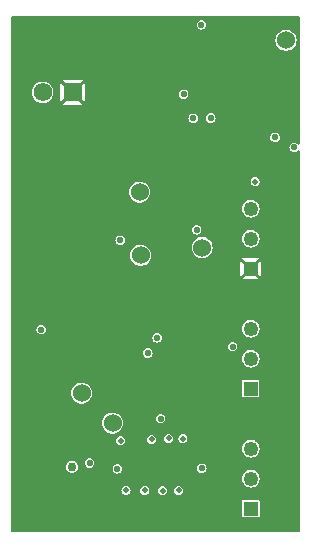
<source format=gbr>
%TF.GenerationSoftware,KiCad,Pcbnew,7.0.7*%
%TF.CreationDate,2023-10-04T23:23:25-04:00*%
%TF.ProjectId,AcousticsSingleChannel,41636f75-7374-4696-9373-53696e676c65,rev?*%
%TF.SameCoordinates,Original*%
%TF.FileFunction,Copper,L2,Inr*%
%TF.FilePolarity,Positive*%
%FSLAX46Y46*%
G04 Gerber Fmt 4.6, Leading zero omitted, Abs format (unit mm)*
G04 Created by KiCad (PCBNEW 7.0.7) date 2023-10-04 23:23:25*
%MOMM*%
%LPD*%
G01*
G04 APERTURE LIST*
%TA.AperFunction,ComponentPad*%
%ADD10C,1.524000*%
%TD*%
%TA.AperFunction,ComponentPad*%
%ADD11R,1.250000X1.250000*%
%TD*%
%TA.AperFunction,ComponentPad*%
%ADD12C,1.250000*%
%TD*%
%TA.AperFunction,ComponentPad*%
%ADD13R,1.570000X1.570000*%
%TD*%
%TA.AperFunction,ComponentPad*%
%ADD14C,1.570000*%
%TD*%
%TA.AperFunction,ViaPad*%
%ADD15C,0.550000*%
%TD*%
%TA.AperFunction,ViaPad*%
%ADD16C,0.762000*%
%TD*%
%TA.AperFunction,ViaPad*%
%ADD17C,0.508000*%
%TD*%
G04 APERTURE END LIST*
D10*
%TO.N,/Band Pass Filter/F1_Out*%
%TO.C,*%
X147104060Y-93902005D03*
%TD*%
D11*
%TO.N,GND*%
%TO.C,J3*%
X156497060Y-100379005D03*
D12*
%TO.N,VCC*%
X156497060Y-97839005D03*
%TO.N,AGND*%
X156497060Y-95299005D03*
%TD*%
D10*
%TO.N,/BufferBiasAmp/BBA_OUT*%
%TO.C,*%
X159495850Y-81065985D03*
%TD*%
%TO.N,/Band Pass Filter/F2_Out*%
%TO.C,*%
X147193130Y-99264135D03*
%TD*%
%TO.N,/OutputAmplifier/Amp_Out*%
%TO.C,*%
X142198850Y-110921425D03*
%TD*%
%TO.N,/Band Pass Filter/BPF_OUT*%
%TO.C,*%
X144809960Y-113461855D03*
%TD*%
D11*
%TO.N,/OutputAmplifier/G0_out*%
%TO.C,J1*%
X156497060Y-110539005D03*
D12*
%TO.N,/OutputAmplifier/G1_out*%
X156497060Y-107999005D03*
%TO.N,/OutputAmplifier/G2_out*%
X156497060Y-105459005D03*
%TD*%
D11*
%TO.N,Net-(J2-Pad1)*%
%TO.C,J2*%
X156502060Y-120699005D03*
D12*
%TO.N,Net-(U4-CLK)*%
X156502060Y-118159005D03*
%TO.N,Net-(U4-~{CS})*%
X156502060Y-115619005D03*
%TD*%
D13*
%TO.N,GND*%
%TO.C,J8*%
X141424670Y-85460765D03*
D14*
%TO.N,/BufferBiasAmp/BBA_IN*%
X138884670Y-85460765D03*
%TD*%
D10*
%TO.N,/Band Pass Filter/F3_Out*%
%TO.C,*%
X152396430Y-98598235D03*
%TD*%
D15*
%TO.N,VCC*%
X138767240Y-105543095D03*
X160193940Y-90128805D03*
D16*
X141389060Y-117164605D03*
D15*
X154978060Y-106983005D03*
X151644030Y-87656185D03*
X147801310Y-107528845D03*
X152364830Y-117284755D03*
%TO.N,GND*%
X139167562Y-119683005D03*
X149122260Y-107552225D03*
X151944900Y-94238165D03*
X136817060Y-110793005D03*
X152163480Y-85307565D03*
X153525920Y-114393665D03*
X140754060Y-106881405D03*
X160046970Y-82498885D03*
X143949930Y-119125595D03*
D17*
%TO.N,AGND*%
X149557140Y-114758175D03*
D15*
X152335320Y-79738225D03*
X150826680Y-85621885D03*
D17*
X150764750Y-114783685D03*
X150418210Y-119157205D03*
D15*
X153133430Y-87638015D03*
X148585470Y-106241905D03*
D17*
X147541970Y-119149485D03*
X149051900Y-119185215D03*
D15*
X145455910Y-97988195D03*
X142865160Y-116835605D03*
D17*
X148116120Y-114840215D03*
X145497310Y-114958245D03*
X145951630Y-119158415D03*
D15*
X148882060Y-113079005D03*
X151931090Y-97107595D03*
X158568490Y-89270005D03*
D17*
%TO.N,/Band Pass Filter/F1_Out*%
X156883060Y-93013005D03*
D15*
%TO.N,/Band Pass Filter/BPF_OUT*%
X145217250Y-117332995D03*
%TD*%
%TA.AperFunction,Conductor*%
%TO.N,GND*%
G36*
X160636099Y-79009190D02*
G01*
X160681854Y-79061994D01*
X160693060Y-79113505D01*
X160693060Y-89759342D01*
X160673375Y-89826381D01*
X160620571Y-89872136D01*
X160551413Y-89882080D01*
X160487857Y-89853055D01*
X160481379Y-89847023D01*
X160433474Y-89799118D01*
X160319866Y-89741231D01*
X160193943Y-89721288D01*
X160193937Y-89721288D01*
X160068013Y-89741231D01*
X159954405Y-89799118D01*
X159864253Y-89889270D01*
X159806366Y-90002878D01*
X159786423Y-90128801D01*
X159786423Y-90128808D01*
X159806366Y-90254731D01*
X159864253Y-90368339D01*
X159954405Y-90458491D01*
X159954407Y-90458492D01*
X159954408Y-90458493D01*
X160068010Y-90516377D01*
X160068011Y-90516377D01*
X160068013Y-90516378D01*
X160193937Y-90536322D01*
X160193940Y-90536322D01*
X160193943Y-90536322D01*
X160319866Y-90516378D01*
X160319867Y-90516377D01*
X160319870Y-90516377D01*
X160433472Y-90458493D01*
X160433474Y-90458490D01*
X160481379Y-90410587D01*
X160542702Y-90377102D01*
X160612394Y-90382086D01*
X160668327Y-90423958D01*
X160692744Y-90489422D01*
X160693060Y-90498268D01*
X160693060Y-122533505D01*
X160673375Y-122600544D01*
X160620571Y-122646299D01*
X160569060Y-122657505D01*
X136306060Y-122657505D01*
X136239021Y-122637820D01*
X136193266Y-122585016D01*
X136182060Y-122533505D01*
X136182060Y-121336563D01*
X155749560Y-121336563D01*
X155756958Y-121373754D01*
X155785137Y-121415927D01*
X155827310Y-121444106D01*
X155827312Y-121444107D01*
X155855265Y-121449667D01*
X155864501Y-121451505D01*
X155864502Y-121451505D01*
X157139619Y-121451505D01*
X157147017Y-121450033D01*
X157176808Y-121444107D01*
X157218982Y-121415927D01*
X157247162Y-121373753D01*
X157254560Y-121336563D01*
X157254560Y-120061447D01*
X157247162Y-120024257D01*
X157247161Y-120024255D01*
X157218982Y-119982082D01*
X157176809Y-119953903D01*
X157139619Y-119946505D01*
X157139618Y-119946505D01*
X155864502Y-119946505D01*
X155864501Y-119946505D01*
X155827310Y-119953903D01*
X155785137Y-119982082D01*
X155756958Y-120024255D01*
X155749560Y-120061446D01*
X155749560Y-121336563D01*
X136182060Y-121336563D01*
X136182060Y-119158417D01*
X145565375Y-119158417D01*
X145584278Y-119277771D01*
X145639141Y-119385448D01*
X145724596Y-119470903D01*
X145832273Y-119525766D01*
X145951628Y-119544670D01*
X145951630Y-119544670D01*
X145951632Y-119544670D01*
X146070986Y-119525766D01*
X146070987Y-119525765D01*
X146070989Y-119525765D01*
X146178665Y-119470902D01*
X146264117Y-119385450D01*
X146318980Y-119277774D01*
X146318980Y-119277772D01*
X146318981Y-119277771D01*
X146337885Y-119158417D01*
X146337885Y-119158412D01*
X146336471Y-119149487D01*
X147155715Y-119149487D01*
X147174618Y-119268841D01*
X147229481Y-119376518D01*
X147314936Y-119461973D01*
X147422613Y-119516836D01*
X147541968Y-119535740D01*
X147541970Y-119535740D01*
X147541972Y-119535740D01*
X147661326Y-119516836D01*
X147661327Y-119516835D01*
X147661329Y-119516835D01*
X147769005Y-119461972D01*
X147854457Y-119376520D01*
X147909320Y-119268844D01*
X147909320Y-119268842D01*
X147909321Y-119268841D01*
X147922566Y-119185217D01*
X148665645Y-119185217D01*
X148684548Y-119304571D01*
X148739411Y-119412248D01*
X148824866Y-119497703D01*
X148932543Y-119552566D01*
X149051898Y-119571470D01*
X149051900Y-119571470D01*
X149051902Y-119571470D01*
X149171256Y-119552566D01*
X149171257Y-119552565D01*
X149171259Y-119552565D01*
X149278935Y-119497702D01*
X149364387Y-119412250D01*
X149419250Y-119304574D01*
X149419250Y-119304572D01*
X149419251Y-119304571D01*
X149438155Y-119185217D01*
X149438155Y-119185212D01*
X149433719Y-119157207D01*
X150031955Y-119157207D01*
X150050858Y-119276561D01*
X150105721Y-119384238D01*
X150191176Y-119469693D01*
X150298853Y-119524556D01*
X150418208Y-119543460D01*
X150418210Y-119543460D01*
X150418212Y-119543460D01*
X150537566Y-119524556D01*
X150537567Y-119524555D01*
X150537569Y-119524555D01*
X150645245Y-119469692D01*
X150730697Y-119384240D01*
X150785560Y-119276564D01*
X150785560Y-119276562D01*
X150785561Y-119276561D01*
X150804465Y-119157207D01*
X150804465Y-119157202D01*
X150785561Y-119037848D01*
X150730698Y-118930171D01*
X150645243Y-118844716D01*
X150537566Y-118789853D01*
X150418212Y-118770950D01*
X150418208Y-118770950D01*
X150298853Y-118789853D01*
X150191176Y-118844716D01*
X150105721Y-118930171D01*
X150050858Y-119037848D01*
X150031955Y-119157202D01*
X150031955Y-119157207D01*
X149433719Y-119157207D01*
X149419251Y-119065858D01*
X149364388Y-118958181D01*
X149278933Y-118872726D01*
X149171256Y-118817863D01*
X149051902Y-118798960D01*
X149051898Y-118798960D01*
X148932543Y-118817863D01*
X148824866Y-118872726D01*
X148739411Y-118958181D01*
X148684548Y-119065858D01*
X148665645Y-119185212D01*
X148665645Y-119185217D01*
X147922566Y-119185217D01*
X147928225Y-119149487D01*
X147928225Y-119149482D01*
X147909321Y-119030128D01*
X147854458Y-118922451D01*
X147769003Y-118836996D01*
X147661326Y-118782133D01*
X147541972Y-118763230D01*
X147541968Y-118763230D01*
X147422613Y-118782133D01*
X147314936Y-118836996D01*
X147229481Y-118922451D01*
X147174618Y-119030128D01*
X147155715Y-119149482D01*
X147155715Y-119149487D01*
X146336471Y-119149487D01*
X146318981Y-119039058D01*
X146318364Y-119037848D01*
X146264117Y-118931380D01*
X146178665Y-118845928D01*
X146178665Y-118845927D01*
X146178663Y-118845926D01*
X146070986Y-118791063D01*
X145951632Y-118772160D01*
X145951628Y-118772160D01*
X145832273Y-118791063D01*
X145724596Y-118845926D01*
X145639141Y-118931381D01*
X145584278Y-119039058D01*
X145565375Y-119158412D01*
X145565375Y-119158417D01*
X136182060Y-119158417D01*
X136182060Y-118159008D01*
X155744798Y-118159008D01*
X155763782Y-118327508D01*
X155819790Y-118487568D01*
X155819791Y-118487569D01*
X155910009Y-118631150D01*
X156029915Y-118751056D01*
X156093586Y-118791063D01*
X156173493Y-118841272D01*
X156173496Y-118841274D01*
X156333556Y-118897282D01*
X156502056Y-118916267D01*
X156502060Y-118916267D01*
X156502064Y-118916267D01*
X156670563Y-118897282D01*
X156670565Y-118897281D01*
X156670567Y-118897281D01*
X156830624Y-118841274D01*
X156974205Y-118751056D01*
X157094111Y-118631150D01*
X157184329Y-118487569D01*
X157240336Y-118327512D01*
X157240336Y-118327510D01*
X157240337Y-118327508D01*
X157259322Y-118159008D01*
X157259322Y-118159001D01*
X157240337Y-117990501D01*
X157184329Y-117830441D01*
X157184327Y-117830438D01*
X157115291Y-117720568D01*
X157094111Y-117686860D01*
X156974205Y-117566954D01*
X156830624Y-117476736D01*
X156830625Y-117476736D01*
X156830623Y-117476735D01*
X156670563Y-117420727D01*
X156502064Y-117401743D01*
X156502056Y-117401743D01*
X156333556Y-117420727D01*
X156173496Y-117476735D01*
X156173493Y-117476737D01*
X156029914Y-117566954D01*
X155910009Y-117686859D01*
X155819792Y-117830438D01*
X155819790Y-117830441D01*
X155763782Y-117990501D01*
X155744798Y-118159001D01*
X155744798Y-118159008D01*
X136182060Y-118159008D01*
X136182060Y-117164604D01*
X140875331Y-117164604D01*
X140896140Y-117309339D01*
X140938340Y-117401743D01*
X140956884Y-117442348D01*
X141052639Y-117552855D01*
X141052641Y-117552856D01*
X141052640Y-117552856D01*
X141074577Y-117566954D01*
X141175649Y-117631909D01*
X141280455Y-117662683D01*
X141315948Y-117673105D01*
X141315949Y-117673105D01*
X141462172Y-117673105D01*
X141486314Y-117666015D01*
X141602471Y-117631909D01*
X141725481Y-117552855D01*
X141821236Y-117442348D01*
X141871174Y-117332998D01*
X144809733Y-117332998D01*
X144829676Y-117458921D01*
X144887563Y-117572529D01*
X144977715Y-117662681D01*
X144977717Y-117662682D01*
X144977718Y-117662683D01*
X145091320Y-117720567D01*
X145091321Y-117720567D01*
X145091323Y-117720568D01*
X145217247Y-117740512D01*
X145217250Y-117740512D01*
X145217253Y-117740512D01*
X145343176Y-117720568D01*
X145343177Y-117720567D01*
X145343180Y-117720567D01*
X145456782Y-117662683D01*
X145546938Y-117572527D01*
X145604822Y-117458925D01*
X145604823Y-117458921D01*
X145624767Y-117332998D01*
X145624767Y-117332991D01*
X145617128Y-117284758D01*
X151957313Y-117284758D01*
X151977256Y-117410681D01*
X152035143Y-117524289D01*
X152125295Y-117614441D01*
X152125297Y-117614442D01*
X152125298Y-117614443D01*
X152238900Y-117672327D01*
X152238901Y-117672327D01*
X152238903Y-117672328D01*
X152364827Y-117692272D01*
X152364830Y-117692272D01*
X152364833Y-117692272D01*
X152490756Y-117672328D01*
X152490757Y-117672327D01*
X152490760Y-117672327D01*
X152604362Y-117614443D01*
X152694518Y-117524287D01*
X152752402Y-117410685D01*
X152752403Y-117410681D01*
X152772347Y-117284758D01*
X152772347Y-117284751D01*
X152752403Y-117158828D01*
X152752402Y-117158826D01*
X152752402Y-117158825D01*
X152694518Y-117045223D01*
X152694517Y-117045222D01*
X152694516Y-117045220D01*
X152604364Y-116955068D01*
X152490756Y-116897181D01*
X152364833Y-116877238D01*
X152364827Y-116877238D01*
X152238903Y-116897181D01*
X152125295Y-116955068D01*
X152035143Y-117045220D01*
X151977256Y-117158828D01*
X151957313Y-117284751D01*
X151957313Y-117284758D01*
X145617128Y-117284758D01*
X145604823Y-117207068D01*
X145604822Y-117207066D01*
X145604822Y-117207065D01*
X145546938Y-117093463D01*
X145546937Y-117093462D01*
X145546936Y-117093460D01*
X145456784Y-117003308D01*
X145343176Y-116945421D01*
X145217253Y-116925478D01*
X145217247Y-116925478D01*
X145091323Y-116945421D01*
X144977715Y-117003308D01*
X144887563Y-117093460D01*
X144829676Y-117207068D01*
X144809733Y-117332991D01*
X144809733Y-117332998D01*
X141871174Y-117332998D01*
X141881979Y-117309339D01*
X141902789Y-117164605D01*
X141881979Y-117019871D01*
X141874414Y-117003307D01*
X141825949Y-116897183D01*
X141821236Y-116886862D01*
X141776824Y-116835608D01*
X142457643Y-116835608D01*
X142477586Y-116961531D01*
X142535473Y-117075139D01*
X142625625Y-117165291D01*
X142625627Y-117165292D01*
X142625628Y-117165293D01*
X142739230Y-117223177D01*
X142739231Y-117223177D01*
X142739233Y-117223178D01*
X142865157Y-117243122D01*
X142865160Y-117243122D01*
X142865163Y-117243122D01*
X142991086Y-117223178D01*
X142991087Y-117223177D01*
X142991090Y-117223177D01*
X143104692Y-117165293D01*
X143194848Y-117075137D01*
X143252732Y-116961535D01*
X143252733Y-116961531D01*
X143272677Y-116835608D01*
X143272677Y-116835601D01*
X143252733Y-116709678D01*
X143252732Y-116709676D01*
X143252732Y-116709675D01*
X143194848Y-116596073D01*
X143194847Y-116596072D01*
X143194846Y-116596070D01*
X143104694Y-116505918D01*
X142991086Y-116448031D01*
X142865163Y-116428088D01*
X142865157Y-116428088D01*
X142739233Y-116448031D01*
X142625625Y-116505918D01*
X142535473Y-116596070D01*
X142477586Y-116709678D01*
X142457643Y-116835601D01*
X142457643Y-116835608D01*
X141776824Y-116835608D01*
X141725481Y-116776355D01*
X141725478Y-116776353D01*
X141725479Y-116776353D01*
X141602473Y-116697302D01*
X141602472Y-116697301D01*
X141602471Y-116697301D01*
X141520492Y-116673229D01*
X141462172Y-116656105D01*
X141462171Y-116656105D01*
X141315949Y-116656105D01*
X141315948Y-116656105D01*
X141175646Y-116697302D01*
X141052640Y-116776353D01*
X140956884Y-116886862D01*
X140956883Y-116886863D01*
X140896140Y-117019870D01*
X140875331Y-117164604D01*
X136182060Y-117164604D01*
X136182060Y-115619008D01*
X155744798Y-115619008D01*
X155763782Y-115787508D01*
X155819790Y-115947568D01*
X155819791Y-115947569D01*
X155910009Y-116091150D01*
X156029915Y-116211056D01*
X156173493Y-116301272D01*
X156173496Y-116301274D01*
X156333556Y-116357282D01*
X156502056Y-116376267D01*
X156502060Y-116376267D01*
X156502064Y-116376267D01*
X156670563Y-116357282D01*
X156670565Y-116357281D01*
X156670567Y-116357281D01*
X156830624Y-116301274D01*
X156974205Y-116211056D01*
X157094111Y-116091150D01*
X157184329Y-115947569D01*
X157240336Y-115787512D01*
X157240336Y-115787510D01*
X157240337Y-115787508D01*
X157259322Y-115619008D01*
X157259322Y-115619001D01*
X157240337Y-115450501D01*
X157184329Y-115290441D01*
X157184327Y-115290438D01*
X157094111Y-115146860D01*
X156974205Y-115026954D01*
X156907767Y-114985208D01*
X156830626Y-114936737D01*
X156830623Y-114936735D01*
X156670563Y-114880727D01*
X156502064Y-114861743D01*
X156502056Y-114861743D01*
X156333556Y-114880727D01*
X156173496Y-114936735D01*
X156173493Y-114936737D01*
X156029914Y-115026954D01*
X155910009Y-115146859D01*
X155819792Y-115290438D01*
X155819790Y-115290441D01*
X155763782Y-115450501D01*
X155744798Y-115619001D01*
X155744798Y-115619008D01*
X136182060Y-115619008D01*
X136182060Y-114958247D01*
X145111055Y-114958247D01*
X145129958Y-115077601D01*
X145184821Y-115185278D01*
X145270276Y-115270733D01*
X145377953Y-115325596D01*
X145497308Y-115344500D01*
X145497310Y-115344500D01*
X145497312Y-115344500D01*
X145616666Y-115325596D01*
X145616667Y-115325595D01*
X145616669Y-115325595D01*
X145724345Y-115270732D01*
X145809797Y-115185280D01*
X145864660Y-115077604D01*
X145864660Y-115077602D01*
X145864661Y-115077601D01*
X145883565Y-114958247D01*
X145883565Y-114958242D01*
X145864871Y-114840217D01*
X147729865Y-114840217D01*
X147748768Y-114959571D01*
X147803631Y-115067248D01*
X147889086Y-115152703D01*
X147996763Y-115207566D01*
X148116118Y-115226470D01*
X148116120Y-115226470D01*
X148116122Y-115226470D01*
X148235476Y-115207566D01*
X148235477Y-115207565D01*
X148235479Y-115207565D01*
X148343155Y-115152702D01*
X148428607Y-115067250D01*
X148483470Y-114959574D01*
X148483470Y-114959572D01*
X148483471Y-114959571D01*
X148502375Y-114840217D01*
X148502375Y-114840212D01*
X148489382Y-114758177D01*
X149170885Y-114758177D01*
X149189788Y-114877531D01*
X149244651Y-114985208D01*
X149330106Y-115070663D01*
X149437783Y-115125526D01*
X149557138Y-115144430D01*
X149557140Y-115144430D01*
X149557142Y-115144430D01*
X149676496Y-115125526D01*
X149676497Y-115125525D01*
X149676499Y-115125525D01*
X149784175Y-115070662D01*
X149869627Y-114985210D01*
X149924490Y-114877534D01*
X149924490Y-114877532D01*
X149924491Y-114877531D01*
X149939355Y-114783687D01*
X150378495Y-114783687D01*
X150397398Y-114903041D01*
X150452261Y-115010718D01*
X150537716Y-115096173D01*
X150645393Y-115151036D01*
X150764748Y-115169940D01*
X150764750Y-115169940D01*
X150764752Y-115169940D01*
X150884106Y-115151036D01*
X150884107Y-115151035D01*
X150884109Y-115151035D01*
X150991785Y-115096172D01*
X151077237Y-115010720D01*
X151132100Y-114903044D01*
X151132100Y-114903042D01*
X151132101Y-114903041D01*
X151151005Y-114783687D01*
X151151005Y-114783682D01*
X151132101Y-114664328D01*
X151077238Y-114556651D01*
X150991783Y-114471196D01*
X150884106Y-114416333D01*
X150764752Y-114397430D01*
X150764748Y-114397430D01*
X150645393Y-114416333D01*
X150537716Y-114471196D01*
X150452261Y-114556651D01*
X150397398Y-114664328D01*
X150378495Y-114783682D01*
X150378495Y-114783687D01*
X149939355Y-114783687D01*
X149943395Y-114758177D01*
X149943395Y-114758172D01*
X149924491Y-114638818D01*
X149869628Y-114531141D01*
X149784173Y-114445686D01*
X149676496Y-114390823D01*
X149557142Y-114371920D01*
X149557138Y-114371920D01*
X149437783Y-114390823D01*
X149330106Y-114445686D01*
X149244651Y-114531141D01*
X149189788Y-114638818D01*
X149170885Y-114758172D01*
X149170885Y-114758177D01*
X148489382Y-114758177D01*
X148483471Y-114720858D01*
X148428608Y-114613181D01*
X148343153Y-114527726D01*
X148235476Y-114472863D01*
X148116122Y-114453960D01*
X148116118Y-114453960D01*
X147996763Y-114472863D01*
X147889086Y-114527726D01*
X147803631Y-114613181D01*
X147748768Y-114720858D01*
X147729865Y-114840212D01*
X147729865Y-114840217D01*
X145864871Y-114840217D01*
X145864661Y-114838888D01*
X145809798Y-114731211D01*
X145724343Y-114645756D01*
X145616666Y-114590893D01*
X145497312Y-114571990D01*
X145497308Y-114571990D01*
X145377953Y-114590893D01*
X145270276Y-114645756D01*
X145184821Y-114731211D01*
X145129958Y-114838888D01*
X145111055Y-114958242D01*
X145111055Y-114958247D01*
X136182060Y-114958247D01*
X136182060Y-113461855D01*
X143915560Y-113461855D01*
X143935105Y-113647813D01*
X143935106Y-113647815D01*
X143992885Y-113825641D01*
X144086373Y-113987568D01*
X144211490Y-114126524D01*
X144362755Y-114236425D01*
X144362756Y-114236425D01*
X144362760Y-114236428D01*
X144464956Y-114281928D01*
X144533569Y-114312478D01*
X144533575Y-114312480D01*
X144716470Y-114351355D01*
X144716471Y-114351355D01*
X144903449Y-114351355D01*
X144903450Y-114351355D01*
X145086345Y-114312480D01*
X145086347Y-114312478D01*
X145086350Y-114312478D01*
X145109461Y-114302187D01*
X145257160Y-114236428D01*
X145408430Y-114126524D01*
X145533545Y-113987570D01*
X145627035Y-113825640D01*
X145684815Y-113647811D01*
X145704360Y-113461855D01*
X145684815Y-113275899D01*
X145627035Y-113098070D01*
X145616030Y-113079008D01*
X148474543Y-113079008D01*
X148494486Y-113204931D01*
X148552373Y-113318539D01*
X148642525Y-113408691D01*
X148642527Y-113408692D01*
X148642528Y-113408693D01*
X148756130Y-113466577D01*
X148756131Y-113466577D01*
X148756133Y-113466578D01*
X148882057Y-113486522D01*
X148882060Y-113486522D01*
X148882063Y-113486522D01*
X149007986Y-113466578D01*
X149007987Y-113466577D01*
X149007990Y-113466577D01*
X149121592Y-113408693D01*
X149211748Y-113318537D01*
X149269632Y-113204935D01*
X149269633Y-113204931D01*
X149289577Y-113079008D01*
X149289577Y-113079001D01*
X149269633Y-112953078D01*
X149269632Y-112953076D01*
X149269632Y-112953075D01*
X149211748Y-112839473D01*
X149211747Y-112839472D01*
X149211746Y-112839470D01*
X149121594Y-112749318D01*
X149007986Y-112691431D01*
X148882063Y-112671488D01*
X148882057Y-112671488D01*
X148756133Y-112691431D01*
X148642525Y-112749318D01*
X148552373Y-112839470D01*
X148494486Y-112953078D01*
X148474543Y-113079001D01*
X148474543Y-113079008D01*
X145616030Y-113079008D01*
X145616026Y-113079001D01*
X145533546Y-112936141D01*
X145408429Y-112797185D01*
X145257164Y-112687284D01*
X145257161Y-112687282D01*
X145257160Y-112687282D01*
X145211658Y-112667023D01*
X145086350Y-112611231D01*
X145086344Y-112611229D01*
X144942324Y-112580617D01*
X144903450Y-112572355D01*
X144716470Y-112572355D01*
X144684410Y-112579169D01*
X144533575Y-112611229D01*
X144533569Y-112611231D01*
X144362760Y-112687282D01*
X144362755Y-112687284D01*
X144211490Y-112797185D01*
X144086373Y-112936141D01*
X143992885Y-113098068D01*
X143935106Y-113275894D01*
X143935105Y-113275896D01*
X143915560Y-113461855D01*
X136182060Y-113461855D01*
X136182060Y-110921425D01*
X141304450Y-110921425D01*
X141323995Y-111107383D01*
X141323996Y-111107385D01*
X141381775Y-111285211D01*
X141475263Y-111447138D01*
X141600380Y-111586094D01*
X141751645Y-111695995D01*
X141751646Y-111695995D01*
X141751650Y-111695998D01*
X141853846Y-111741498D01*
X141922459Y-111772048D01*
X141922465Y-111772050D01*
X142105360Y-111810925D01*
X142105361Y-111810925D01*
X142292339Y-111810925D01*
X142292340Y-111810925D01*
X142475235Y-111772050D01*
X142475237Y-111772048D01*
X142475240Y-111772048D01*
X142498351Y-111761757D01*
X142646050Y-111695998D01*
X142797320Y-111586094D01*
X142922435Y-111447140D01*
X143015925Y-111285210D01*
X143051226Y-111176563D01*
X155744560Y-111176563D01*
X155751958Y-111213754D01*
X155780137Y-111255927D01*
X155822310Y-111284106D01*
X155822312Y-111284107D01*
X155850265Y-111289667D01*
X155859501Y-111291505D01*
X155859502Y-111291505D01*
X157134619Y-111291505D01*
X157142017Y-111290033D01*
X157171808Y-111284107D01*
X157213982Y-111255927D01*
X157242162Y-111213753D01*
X157249560Y-111176563D01*
X157249560Y-109901447D01*
X157242162Y-109864257D01*
X157242161Y-109864255D01*
X157213982Y-109822082D01*
X157171809Y-109793903D01*
X157134619Y-109786505D01*
X157134618Y-109786505D01*
X155859502Y-109786505D01*
X155859501Y-109786505D01*
X155822310Y-109793903D01*
X155780137Y-109822082D01*
X155751958Y-109864255D01*
X155744560Y-109901446D01*
X155744560Y-111176563D01*
X143051226Y-111176563D01*
X143073705Y-111107381D01*
X143093250Y-110921425D01*
X143073705Y-110735469D01*
X143015925Y-110557640D01*
X142922435Y-110395710D01*
X142797320Y-110256756D01*
X142797319Y-110256755D01*
X142646054Y-110146854D01*
X142646051Y-110146852D01*
X142646050Y-110146852D01*
X142600548Y-110126593D01*
X142475240Y-110070801D01*
X142475234Y-110070799D01*
X142331214Y-110040187D01*
X142292340Y-110031925D01*
X142105360Y-110031925D01*
X142073300Y-110038739D01*
X141922465Y-110070799D01*
X141922459Y-110070801D01*
X141751650Y-110146852D01*
X141751645Y-110146854D01*
X141600380Y-110256755D01*
X141475263Y-110395711D01*
X141381775Y-110557638D01*
X141323996Y-110735464D01*
X141323995Y-110735466D01*
X141304450Y-110921425D01*
X136182060Y-110921425D01*
X136182060Y-107999008D01*
X155739798Y-107999008D01*
X155758782Y-108167508D01*
X155814790Y-108327568D01*
X155814791Y-108327569D01*
X155905009Y-108471150D01*
X156024915Y-108591056D01*
X156168493Y-108681272D01*
X156168496Y-108681274D01*
X156328556Y-108737282D01*
X156497056Y-108756267D01*
X156497060Y-108756267D01*
X156497064Y-108756267D01*
X156665563Y-108737282D01*
X156665565Y-108737281D01*
X156665567Y-108737281D01*
X156825624Y-108681274D01*
X156969205Y-108591056D01*
X157089111Y-108471150D01*
X157179329Y-108327569D01*
X157235336Y-108167512D01*
X157235336Y-108167510D01*
X157235337Y-108167508D01*
X157254322Y-107999008D01*
X157254322Y-107999001D01*
X157235337Y-107830501D01*
X157179329Y-107670441D01*
X157179327Y-107670438D01*
X157090358Y-107528845D01*
X157089111Y-107526860D01*
X156969205Y-107406954D01*
X156911313Y-107370578D01*
X156825626Y-107316737D01*
X156825623Y-107316735D01*
X156665563Y-107260727D01*
X156497064Y-107241743D01*
X156497056Y-107241743D01*
X156328556Y-107260727D01*
X156168496Y-107316735D01*
X156168493Y-107316737D01*
X156024914Y-107406954D01*
X155905009Y-107526859D01*
X155814792Y-107670438D01*
X155814790Y-107670441D01*
X155758782Y-107830501D01*
X155739798Y-107999001D01*
X155739798Y-107999008D01*
X136182060Y-107999008D01*
X136182060Y-107528848D01*
X147393793Y-107528848D01*
X147413736Y-107654771D01*
X147471623Y-107768379D01*
X147561775Y-107858531D01*
X147561777Y-107858532D01*
X147561778Y-107858533D01*
X147675380Y-107916417D01*
X147675381Y-107916417D01*
X147675383Y-107916418D01*
X147801307Y-107936362D01*
X147801310Y-107936362D01*
X147801313Y-107936362D01*
X147927236Y-107916418D01*
X147927237Y-107916417D01*
X147927240Y-107916417D01*
X148040842Y-107858533D01*
X148130998Y-107768377D01*
X148188882Y-107654775D01*
X148208827Y-107528845D01*
X148208827Y-107528841D01*
X148188883Y-107402918D01*
X148188882Y-107402916D01*
X148188882Y-107402915D01*
X148130998Y-107289313D01*
X148130997Y-107289312D01*
X148130996Y-107289310D01*
X148040844Y-107199158D01*
X147927236Y-107141271D01*
X147801313Y-107121328D01*
X147801307Y-107121328D01*
X147675383Y-107141271D01*
X147561775Y-107199158D01*
X147471623Y-107289310D01*
X147413736Y-107402918D01*
X147393793Y-107528841D01*
X147393793Y-107528848D01*
X136182060Y-107528848D01*
X136182060Y-106983008D01*
X154570543Y-106983008D01*
X154590486Y-107108931D01*
X154648373Y-107222539D01*
X154738525Y-107312691D01*
X154738527Y-107312692D01*
X154738528Y-107312693D01*
X154852130Y-107370577D01*
X154852131Y-107370577D01*
X154852133Y-107370578D01*
X154978057Y-107390522D01*
X154978060Y-107390522D01*
X154978063Y-107390522D01*
X155103986Y-107370578D01*
X155103987Y-107370577D01*
X155103990Y-107370577D01*
X155217592Y-107312693D01*
X155307748Y-107222537D01*
X155365632Y-107108935D01*
X155385577Y-106983005D01*
X155385577Y-106983001D01*
X155365633Y-106857078D01*
X155365632Y-106857076D01*
X155365632Y-106857075D01*
X155307748Y-106743473D01*
X155307747Y-106743472D01*
X155307746Y-106743470D01*
X155217594Y-106653318D01*
X155103986Y-106595431D01*
X154978063Y-106575488D01*
X154978057Y-106575488D01*
X154852133Y-106595431D01*
X154738525Y-106653318D01*
X154648373Y-106743470D01*
X154590486Y-106857078D01*
X154570543Y-106983001D01*
X154570543Y-106983008D01*
X136182060Y-106983008D01*
X136182060Y-106241908D01*
X148177953Y-106241908D01*
X148197896Y-106367831D01*
X148255783Y-106481439D01*
X148345935Y-106571591D01*
X148345937Y-106571592D01*
X148345938Y-106571593D01*
X148459540Y-106629477D01*
X148459541Y-106629477D01*
X148459543Y-106629478D01*
X148585467Y-106649422D01*
X148585470Y-106649422D01*
X148585473Y-106649422D01*
X148711396Y-106629478D01*
X148711397Y-106629477D01*
X148711400Y-106629477D01*
X148825002Y-106571593D01*
X148915158Y-106481437D01*
X148973042Y-106367835D01*
X148992987Y-106241905D01*
X148992987Y-106241901D01*
X148973043Y-106115978D01*
X148973042Y-106115976D01*
X148973042Y-106115975D01*
X148915158Y-106002373D01*
X148915157Y-106002372D01*
X148915156Y-106002370D01*
X148825004Y-105912218D01*
X148711396Y-105854331D01*
X148585473Y-105834388D01*
X148585467Y-105834388D01*
X148459543Y-105854331D01*
X148345935Y-105912218D01*
X148255783Y-106002370D01*
X148197896Y-106115978D01*
X148177953Y-106241901D01*
X148177953Y-106241908D01*
X136182060Y-106241908D01*
X136182060Y-105543098D01*
X138359723Y-105543098D01*
X138379666Y-105669021D01*
X138437553Y-105782629D01*
X138527705Y-105872781D01*
X138527707Y-105872782D01*
X138527708Y-105872783D01*
X138641310Y-105930667D01*
X138641311Y-105930667D01*
X138641313Y-105930668D01*
X138767237Y-105950612D01*
X138767240Y-105950612D01*
X138767243Y-105950612D01*
X138893166Y-105930668D01*
X138893167Y-105930667D01*
X138893170Y-105930667D01*
X139006772Y-105872783D01*
X139096928Y-105782627D01*
X139154812Y-105669025D01*
X139174757Y-105543095D01*
X139174757Y-105543091D01*
X139161440Y-105459008D01*
X155739798Y-105459008D01*
X155758782Y-105627508D01*
X155814790Y-105787568D01*
X155814792Y-105787571D01*
X155893113Y-105912217D01*
X155905009Y-105931150D01*
X156024915Y-106051056D01*
X156128233Y-106115975D01*
X156168493Y-106141272D01*
X156168496Y-106141274D01*
X156328556Y-106197282D01*
X156497056Y-106216267D01*
X156497060Y-106216267D01*
X156497064Y-106216267D01*
X156665563Y-106197282D01*
X156665565Y-106197281D01*
X156665567Y-106197281D01*
X156825624Y-106141274D01*
X156969205Y-106051056D01*
X157089111Y-105931150D01*
X157179329Y-105787569D01*
X157235336Y-105627512D01*
X157235336Y-105627510D01*
X157235337Y-105627508D01*
X157254322Y-105459008D01*
X157254322Y-105459001D01*
X157235337Y-105290501D01*
X157179329Y-105130441D01*
X157179327Y-105130438D01*
X157089110Y-104986859D01*
X156969205Y-104866954D01*
X156825626Y-104776737D01*
X156825623Y-104776735D01*
X156665563Y-104720727D01*
X156497064Y-104701743D01*
X156497056Y-104701743D01*
X156328556Y-104720727D01*
X156168496Y-104776735D01*
X156168493Y-104776737D01*
X156024914Y-104866954D01*
X155905009Y-104986859D01*
X155814792Y-105130438D01*
X155814790Y-105130441D01*
X155758782Y-105290501D01*
X155739798Y-105459001D01*
X155739798Y-105459008D01*
X139161440Y-105459008D01*
X139154813Y-105417168D01*
X139154812Y-105417166D01*
X139154812Y-105417165D01*
X139096928Y-105303563D01*
X139096927Y-105303562D01*
X139096926Y-105303560D01*
X139006774Y-105213408D01*
X138893166Y-105155521D01*
X138767243Y-105135578D01*
X138767237Y-105135578D01*
X138641313Y-105155521D01*
X138527705Y-105213408D01*
X138437553Y-105303560D01*
X138379666Y-105417168D01*
X138359723Y-105543091D01*
X138359723Y-105543098D01*
X136182060Y-105543098D01*
X136182060Y-101029019D01*
X155618060Y-101029019D01*
X155618061Y-101029021D01*
X155626252Y-101070205D01*
X155999048Y-100697410D01*
X156060371Y-100663925D01*
X156130063Y-100668909D01*
X156183683Y-100707787D01*
X156187448Y-100712509D01*
X156213851Y-100777198D01*
X156201089Y-100845892D01*
X156178175Y-100877494D01*
X155805857Y-101249811D01*
X155805858Y-101249812D01*
X155847042Y-101258004D01*
X157147076Y-101258004D01*
X157147080Y-101258003D01*
X157188260Y-101249812D01*
X157188260Y-101249811D01*
X156813340Y-100874891D01*
X156779855Y-100813568D01*
X156784839Y-100743876D01*
X156816681Y-100696311D01*
X156821089Y-100692221D01*
X156883621Y-100661057D01*
X156953077Y-100668647D01*
X156993105Y-100695444D01*
X157367866Y-101070206D01*
X157367867Y-101070205D01*
X157376059Y-101029023D01*
X157376059Y-99728990D01*
X157367866Y-99687802D01*
X156995070Y-100060598D01*
X156933747Y-100094083D01*
X156864055Y-100089099D01*
X156810435Y-100050221D01*
X156806670Y-100045499D01*
X156780267Y-99980810D01*
X156793029Y-99912116D01*
X156815943Y-99880514D01*
X157188260Y-99508197D01*
X157188260Y-99508196D01*
X157147079Y-99500005D01*
X155847045Y-99500005D01*
X155847041Y-99500006D01*
X155805857Y-99508196D01*
X156180779Y-99883118D01*
X156214264Y-99944441D01*
X156209280Y-100014133D01*
X156177435Y-100061701D01*
X156173032Y-100065786D01*
X156110498Y-100096952D01*
X156041042Y-100089362D01*
X156001014Y-100062565D01*
X155626252Y-99687803D01*
X155626251Y-99687803D01*
X155618060Y-99728983D01*
X155618060Y-101029019D01*
X136182060Y-101029019D01*
X136182060Y-99264134D01*
X146298730Y-99264134D01*
X146318275Y-99450093D01*
X146318276Y-99450095D01*
X146376055Y-99627921D01*
X146469543Y-99789848D01*
X146594660Y-99928804D01*
X146745925Y-100038705D01*
X146745926Y-100038705D01*
X146745930Y-100038708D01*
X146848126Y-100084208D01*
X146916739Y-100114758D01*
X146916745Y-100114760D01*
X147099640Y-100153635D01*
X147099641Y-100153635D01*
X147286619Y-100153635D01*
X147286620Y-100153635D01*
X147469515Y-100114760D01*
X147469517Y-100114758D01*
X147469520Y-100114758D01*
X147515956Y-100094083D01*
X147640330Y-100038708D01*
X147791600Y-99928804D01*
X147916715Y-99789850D01*
X148010205Y-99627920D01*
X148067985Y-99450091D01*
X148087530Y-99264135D01*
X148067985Y-99078179D01*
X148010205Y-98900350D01*
X147916715Y-98738420D01*
X147791600Y-98599466D01*
X147789906Y-98598235D01*
X147789905Y-98598234D01*
X151502030Y-98598234D01*
X151521575Y-98784193D01*
X151521576Y-98784195D01*
X151579355Y-98962021D01*
X151672843Y-99123948D01*
X151797960Y-99262904D01*
X151949225Y-99372805D01*
X151949226Y-99372805D01*
X151949230Y-99372808D01*
X152051426Y-99418308D01*
X152120039Y-99448858D01*
X152120045Y-99448860D01*
X152302940Y-99487735D01*
X152302941Y-99487735D01*
X152489919Y-99487735D01*
X152489920Y-99487735D01*
X152672815Y-99448860D01*
X152672817Y-99448858D01*
X152672820Y-99448858D01*
X152695931Y-99438567D01*
X152843630Y-99372808D01*
X152994900Y-99262904D01*
X153120015Y-99123950D01*
X153213505Y-98962020D01*
X153271285Y-98784191D01*
X153290830Y-98598235D01*
X153271285Y-98412279D01*
X153213505Y-98234450D01*
X153209625Y-98227729D01*
X153120016Y-98072521D01*
X152994899Y-97933565D01*
X152864753Y-97839008D01*
X155739798Y-97839008D01*
X155758782Y-98007508D01*
X155814790Y-98167568D01*
X155814791Y-98167569D01*
X155905009Y-98311150D01*
X156024915Y-98431056D01*
X156118027Y-98489562D01*
X156168493Y-98521272D01*
X156168496Y-98521274D01*
X156328556Y-98577282D01*
X156497056Y-98596267D01*
X156497060Y-98596267D01*
X156497064Y-98596267D01*
X156665563Y-98577282D01*
X156665565Y-98577281D01*
X156665567Y-98577281D01*
X156825624Y-98521274D01*
X156969205Y-98431056D01*
X157089111Y-98311150D01*
X157179329Y-98167569D01*
X157235336Y-98007512D01*
X157235336Y-98007510D01*
X157235337Y-98007508D01*
X157254322Y-97839008D01*
X157254322Y-97839001D01*
X157235337Y-97670501D01*
X157179329Y-97510441D01*
X157179327Y-97510438D01*
X157169732Y-97495167D01*
X157089111Y-97366860D01*
X156969205Y-97246954D01*
X156825624Y-97156736D01*
X156825625Y-97156736D01*
X156825623Y-97156735D01*
X156665563Y-97100727D01*
X156497064Y-97081743D01*
X156497056Y-97081743D01*
X156328556Y-97100727D01*
X156168496Y-97156735D01*
X156168493Y-97156737D01*
X156024914Y-97246954D01*
X155905009Y-97366859D01*
X155814792Y-97510438D01*
X155814790Y-97510441D01*
X155758782Y-97670501D01*
X155739798Y-97839001D01*
X155739798Y-97839008D01*
X152864753Y-97839008D01*
X152843634Y-97823664D01*
X152843631Y-97823662D01*
X152843630Y-97823662D01*
X152798128Y-97803403D01*
X152672820Y-97747611D01*
X152672814Y-97747609D01*
X152528794Y-97716997D01*
X152489920Y-97708735D01*
X152302940Y-97708735D01*
X152270880Y-97715549D01*
X152120045Y-97747609D01*
X152120039Y-97747611D01*
X151949230Y-97823662D01*
X151949225Y-97823664D01*
X151797960Y-97933565D01*
X151672843Y-98072521D01*
X151579355Y-98234448D01*
X151521576Y-98412274D01*
X151521575Y-98412276D01*
X151502030Y-98598234D01*
X147789905Y-98598234D01*
X147640334Y-98489564D01*
X147640331Y-98489562D01*
X147640330Y-98489562D01*
X147594828Y-98469303D01*
X147469520Y-98413511D01*
X147469514Y-98413509D01*
X147291950Y-98375768D01*
X147286620Y-98374635D01*
X147099640Y-98374635D01*
X147094310Y-98375768D01*
X146916745Y-98413509D01*
X146916739Y-98413511D01*
X146745930Y-98489562D01*
X146745925Y-98489564D01*
X146594660Y-98599465D01*
X146469543Y-98738421D01*
X146376055Y-98900348D01*
X146318276Y-99078174D01*
X146318275Y-99078176D01*
X146298730Y-99264134D01*
X136182060Y-99264134D01*
X136182060Y-97988198D01*
X145048393Y-97988198D01*
X145068336Y-98114121D01*
X145068337Y-98114124D01*
X145068338Y-98114125D01*
X145095571Y-98167571D01*
X145126223Y-98227729D01*
X145216375Y-98317881D01*
X145216377Y-98317882D01*
X145216378Y-98317883D01*
X145329980Y-98375767D01*
X145329981Y-98375767D01*
X145329983Y-98375768D01*
X145455907Y-98395712D01*
X145455910Y-98395712D01*
X145455913Y-98395712D01*
X145581836Y-98375768D01*
X145581837Y-98375767D01*
X145581840Y-98375767D01*
X145695442Y-98317883D01*
X145785598Y-98227727D01*
X145843482Y-98114125D01*
X145843483Y-98114121D01*
X145863427Y-97988198D01*
X145863427Y-97988191D01*
X145843483Y-97862268D01*
X145843482Y-97862266D01*
X145843482Y-97862265D01*
X145785598Y-97748663D01*
X145785597Y-97748662D01*
X145785596Y-97748660D01*
X145695444Y-97658508D01*
X145581836Y-97600621D01*
X145455913Y-97580678D01*
X145455907Y-97580678D01*
X145329983Y-97600621D01*
X145216375Y-97658508D01*
X145126223Y-97748660D01*
X145068336Y-97862268D01*
X145048393Y-97988191D01*
X145048393Y-97988198D01*
X136182060Y-97988198D01*
X136182060Y-97107598D01*
X151523573Y-97107598D01*
X151543516Y-97233521D01*
X151601403Y-97347129D01*
X151691555Y-97437281D01*
X151691557Y-97437282D01*
X151691558Y-97437283D01*
X151805160Y-97495167D01*
X151805161Y-97495167D01*
X151805163Y-97495168D01*
X151931087Y-97515112D01*
X151931090Y-97515112D01*
X151931093Y-97515112D01*
X152057016Y-97495168D01*
X152057017Y-97495167D01*
X152057020Y-97495167D01*
X152170622Y-97437283D01*
X152260778Y-97347127D01*
X152318662Y-97233525D01*
X152330824Y-97156736D01*
X152338607Y-97107598D01*
X152338607Y-97107591D01*
X152318663Y-96981668D01*
X152318662Y-96981666D01*
X152318662Y-96981665D01*
X152260778Y-96868063D01*
X152260777Y-96868062D01*
X152260776Y-96868060D01*
X152170624Y-96777908D01*
X152057016Y-96720021D01*
X151931093Y-96700078D01*
X151931087Y-96700078D01*
X151805163Y-96720021D01*
X151691555Y-96777908D01*
X151601403Y-96868060D01*
X151543516Y-96981668D01*
X151523573Y-97107591D01*
X151523573Y-97107598D01*
X136182060Y-97107598D01*
X136182060Y-95299008D01*
X155739798Y-95299008D01*
X155758782Y-95467508D01*
X155814790Y-95627568D01*
X155814791Y-95627569D01*
X155905009Y-95771150D01*
X156024915Y-95891056D01*
X156168493Y-95981272D01*
X156168496Y-95981274D01*
X156328556Y-96037282D01*
X156497056Y-96056267D01*
X156497060Y-96056267D01*
X156497064Y-96056267D01*
X156665563Y-96037282D01*
X156665565Y-96037281D01*
X156665567Y-96037281D01*
X156825624Y-95981274D01*
X156969205Y-95891056D01*
X157089111Y-95771150D01*
X157179329Y-95627569D01*
X157235336Y-95467512D01*
X157235336Y-95467510D01*
X157235337Y-95467508D01*
X157254322Y-95299008D01*
X157254322Y-95299001D01*
X157235337Y-95130501D01*
X157179329Y-94970441D01*
X157179327Y-94970438D01*
X157089110Y-94826859D01*
X156969205Y-94706954D01*
X156825626Y-94616737D01*
X156825623Y-94616735D01*
X156665563Y-94560727D01*
X156497064Y-94541743D01*
X156497056Y-94541743D01*
X156328556Y-94560727D01*
X156168496Y-94616735D01*
X156168493Y-94616737D01*
X156024914Y-94706954D01*
X155905009Y-94826859D01*
X155814792Y-94970438D01*
X155814790Y-94970441D01*
X155758782Y-95130501D01*
X155739798Y-95299001D01*
X155739798Y-95299008D01*
X136182060Y-95299008D01*
X136182060Y-93902004D01*
X146209660Y-93902004D01*
X146229205Y-94087963D01*
X146229206Y-94087965D01*
X146286985Y-94265791D01*
X146380473Y-94427718D01*
X146505590Y-94566674D01*
X146656855Y-94676575D01*
X146656856Y-94676575D01*
X146656860Y-94676578D01*
X146759056Y-94722078D01*
X146827669Y-94752628D01*
X146827675Y-94752630D01*
X147010570Y-94791505D01*
X147010571Y-94791505D01*
X147197549Y-94791505D01*
X147197550Y-94791505D01*
X147380445Y-94752630D01*
X147380447Y-94752628D01*
X147380450Y-94752628D01*
X147403561Y-94742337D01*
X147551260Y-94676578D01*
X147702530Y-94566674D01*
X147827645Y-94427720D01*
X147921135Y-94265790D01*
X147978915Y-94087961D01*
X147998460Y-93902005D01*
X147978915Y-93716049D01*
X147921135Y-93538220D01*
X147840907Y-93399260D01*
X147827646Y-93376291D01*
X147702529Y-93237335D01*
X147551264Y-93127434D01*
X147551261Y-93127432D01*
X147551260Y-93127432D01*
X147505758Y-93107173D01*
X147380450Y-93051381D01*
X147380444Y-93051379D01*
X147236423Y-93020767D01*
X147199912Y-93013007D01*
X156496805Y-93013007D01*
X156515708Y-93132361D01*
X156570571Y-93240038D01*
X156656026Y-93325493D01*
X156763703Y-93380356D01*
X156883058Y-93399260D01*
X156883060Y-93399260D01*
X156883062Y-93399260D01*
X157002416Y-93380356D01*
X157002417Y-93380355D01*
X157002419Y-93380355D01*
X157110095Y-93325492D01*
X157195547Y-93240040D01*
X157250410Y-93132364D01*
X157250410Y-93132362D01*
X157250411Y-93132361D01*
X157269315Y-93013007D01*
X157269315Y-93013002D01*
X157250411Y-92893648D01*
X157195548Y-92785971D01*
X157110093Y-92700516D01*
X157002416Y-92645653D01*
X156883062Y-92626750D01*
X156883058Y-92626750D01*
X156763703Y-92645653D01*
X156656026Y-92700516D01*
X156570571Y-92785971D01*
X156515708Y-92893648D01*
X156496805Y-93013002D01*
X156496805Y-93013007D01*
X147199912Y-93013007D01*
X147197550Y-93012505D01*
X147010570Y-93012505D01*
X146978510Y-93019319D01*
X146827675Y-93051379D01*
X146827669Y-93051381D01*
X146656860Y-93127432D01*
X146656855Y-93127434D01*
X146505590Y-93237335D01*
X146380473Y-93376291D01*
X146286985Y-93538218D01*
X146229206Y-93716044D01*
X146229205Y-93716046D01*
X146209660Y-93902004D01*
X136182060Y-93902004D01*
X136182060Y-89270008D01*
X158160973Y-89270008D01*
X158180916Y-89395931D01*
X158238803Y-89509539D01*
X158328955Y-89599691D01*
X158328957Y-89599692D01*
X158328958Y-89599693D01*
X158442560Y-89657577D01*
X158442561Y-89657577D01*
X158442563Y-89657578D01*
X158568487Y-89677522D01*
X158568490Y-89677522D01*
X158568493Y-89677522D01*
X158694416Y-89657578D01*
X158694417Y-89657577D01*
X158694420Y-89657577D01*
X158808022Y-89599693D01*
X158898178Y-89509537D01*
X158956062Y-89395935D01*
X158976007Y-89270005D01*
X158976007Y-89270001D01*
X158956063Y-89144078D01*
X158956062Y-89144076D01*
X158956062Y-89144075D01*
X158898178Y-89030473D01*
X158898177Y-89030472D01*
X158898176Y-89030470D01*
X158808024Y-88940318D01*
X158694416Y-88882431D01*
X158568493Y-88862488D01*
X158568487Y-88862488D01*
X158442563Y-88882431D01*
X158328955Y-88940318D01*
X158238803Y-89030470D01*
X158180916Y-89144078D01*
X158160973Y-89270001D01*
X158160973Y-89270008D01*
X136182060Y-89270008D01*
X136182060Y-87656188D01*
X151236513Y-87656188D01*
X151256456Y-87782111D01*
X151314343Y-87895719D01*
X151404495Y-87985871D01*
X151404497Y-87985872D01*
X151404498Y-87985873D01*
X151518100Y-88043757D01*
X151518101Y-88043757D01*
X151518103Y-88043758D01*
X151644027Y-88063702D01*
X151644030Y-88063702D01*
X151644033Y-88063702D01*
X151769956Y-88043758D01*
X151769957Y-88043757D01*
X151769960Y-88043757D01*
X151883562Y-87985873D01*
X151973718Y-87895717D01*
X152031602Y-87782115D01*
X152034480Y-87763945D01*
X152051547Y-87656188D01*
X152051547Y-87656181D01*
X152048670Y-87638018D01*
X152725913Y-87638018D01*
X152745856Y-87763941D01*
X152803743Y-87877549D01*
X152893895Y-87967701D01*
X152893897Y-87967702D01*
X152893898Y-87967703D01*
X153007500Y-88025587D01*
X153007501Y-88025587D01*
X153007503Y-88025588D01*
X153133427Y-88045532D01*
X153133430Y-88045532D01*
X153133433Y-88045532D01*
X153259356Y-88025588D01*
X153259357Y-88025587D01*
X153259360Y-88025587D01*
X153372962Y-87967703D01*
X153463118Y-87877547D01*
X153521002Y-87763945D01*
X153538069Y-87656188D01*
X153540947Y-87638018D01*
X153540947Y-87638011D01*
X153521003Y-87512088D01*
X153521002Y-87512086D01*
X153521002Y-87512085D01*
X153463118Y-87398483D01*
X153463117Y-87398482D01*
X153463116Y-87398480D01*
X153372964Y-87308328D01*
X153259356Y-87250441D01*
X153133433Y-87230498D01*
X153133427Y-87230498D01*
X153007503Y-87250441D01*
X152893895Y-87308328D01*
X152803743Y-87398480D01*
X152745856Y-87512088D01*
X152725913Y-87638011D01*
X152725913Y-87638018D01*
X152048670Y-87638018D01*
X152031603Y-87530258D01*
X152031602Y-87530256D01*
X152031602Y-87530255D01*
X151973718Y-87416653D01*
X151973717Y-87416652D01*
X151973716Y-87416650D01*
X151883564Y-87326498D01*
X151769956Y-87268611D01*
X151644033Y-87248668D01*
X151644027Y-87248668D01*
X151518103Y-87268611D01*
X151404495Y-87326498D01*
X151314343Y-87416650D01*
X151256456Y-87530258D01*
X151236513Y-87656181D01*
X151236513Y-87656188D01*
X136182060Y-87656188D01*
X136182060Y-85460765D01*
X137967144Y-85460765D01*
X137987194Y-85651529D01*
X137987195Y-85651532D01*
X138046465Y-85833950D01*
X138046468Y-85833956D01*
X138142374Y-86000071D01*
X138142379Y-86000078D01*
X138270724Y-86142619D01*
X138270726Y-86142621D01*
X138425905Y-86255365D01*
X138425906Y-86255366D01*
X138553033Y-86311966D01*
X138601139Y-86333384D01*
X138788762Y-86373265D01*
X138980578Y-86373265D01*
X139168201Y-86333384D01*
X139308815Y-86270779D01*
X140385670Y-86270779D01*
X140385671Y-86270783D01*
X140393861Y-86311967D01*
X140885265Y-85820563D01*
X140946588Y-85787078D01*
X141016279Y-85792062D01*
X141054154Y-85814537D01*
X141058693Y-85818470D01*
X141058705Y-85818480D01*
X141096473Y-85877262D01*
X141096465Y-85947132D01*
X141065173Y-85999865D01*
X140573466Y-86491571D01*
X140614652Y-86499764D01*
X142234684Y-86499764D01*
X142275872Y-86491571D01*
X141784166Y-85999865D01*
X141750681Y-85938542D01*
X141755665Y-85868850D01*
X141790644Y-85818472D01*
X141795193Y-85814530D01*
X141858748Y-85785507D01*
X141927906Y-85795451D01*
X141964074Y-85820564D01*
X142455476Y-86311967D01*
X142455477Y-86311966D01*
X142463669Y-86270782D01*
X142463669Y-85621888D01*
X150419163Y-85621888D01*
X150439106Y-85747811D01*
X150496993Y-85861419D01*
X150587145Y-85951571D01*
X150587147Y-85951572D01*
X150587148Y-85951573D01*
X150700750Y-86009457D01*
X150700751Y-86009457D01*
X150700753Y-86009458D01*
X150826677Y-86029402D01*
X150826680Y-86029402D01*
X150826683Y-86029402D01*
X150952606Y-86009458D01*
X150952607Y-86009457D01*
X150952610Y-86009457D01*
X151066212Y-85951573D01*
X151156368Y-85861417D01*
X151214252Y-85747815D01*
X151214253Y-85747811D01*
X151234197Y-85621888D01*
X151234197Y-85621881D01*
X151214253Y-85495958D01*
X151214252Y-85495956D01*
X151214252Y-85495955D01*
X151156368Y-85382353D01*
X151156367Y-85382352D01*
X151156366Y-85382350D01*
X151066214Y-85292198D01*
X151022643Y-85269997D01*
X150952610Y-85234313D01*
X150952609Y-85234312D01*
X150952606Y-85234311D01*
X150826683Y-85214368D01*
X150826677Y-85214368D01*
X150700753Y-85234311D01*
X150587145Y-85292198D01*
X150496993Y-85382350D01*
X150439106Y-85495958D01*
X150419163Y-85621881D01*
X150419163Y-85621888D01*
X142463669Y-85621888D01*
X142463669Y-84650750D01*
X142455476Y-84609561D01*
X141964073Y-85100965D01*
X141902750Y-85134450D01*
X141833058Y-85129466D01*
X141795182Y-85106990D01*
X141790632Y-85103047D01*
X141752865Y-85044266D01*
X141752873Y-84974396D01*
X141784165Y-84921663D01*
X142275871Y-84429957D01*
X142275871Y-84429956D01*
X142234689Y-84421765D01*
X140614657Y-84421765D01*
X140614651Y-84421766D01*
X140573467Y-84429956D01*
X140573467Y-84429957D01*
X141065174Y-84921664D01*
X141098659Y-84982987D01*
X141093675Y-85052679D01*
X141058684Y-85103068D01*
X141054137Y-85107007D01*
X140990578Y-85136024D01*
X140921420Y-85126072D01*
X140885265Y-85100965D01*
X140393862Y-84609561D01*
X140385670Y-84650749D01*
X140385670Y-86270779D01*
X139308815Y-86270779D01*
X139343433Y-86255366D01*
X139498615Y-86142620D01*
X139618515Y-86009457D01*
X139626960Y-86000078D01*
X139626965Y-86000071D01*
X139652907Y-85955138D01*
X139722872Y-85833956D01*
X139782146Y-85651529D01*
X139802196Y-85460765D01*
X139782146Y-85270001D01*
X139729180Y-85106988D01*
X139722874Y-85087579D01*
X139722871Y-85087573D01*
X139626965Y-84921458D01*
X139626960Y-84921451D01*
X139498615Y-84778910D01*
X139498613Y-84778908D01*
X139343434Y-84666164D01*
X139343433Y-84666163D01*
X139168200Y-84588145D01*
X138980578Y-84548265D01*
X138788762Y-84548265D01*
X138601139Y-84588145D01*
X138601138Y-84588145D01*
X138425906Y-84666163D01*
X138425905Y-84666164D01*
X138270726Y-84778908D01*
X138270724Y-84778910D01*
X138142379Y-84921451D01*
X138142374Y-84921458D01*
X138046468Y-85087573D01*
X138046465Y-85087579D01*
X137987195Y-85269997D01*
X137987194Y-85270001D01*
X137967144Y-85460765D01*
X136182060Y-85460765D01*
X136182060Y-81065984D01*
X158601450Y-81065984D01*
X158620995Y-81251943D01*
X158620996Y-81251945D01*
X158678775Y-81429771D01*
X158772263Y-81591698D01*
X158897380Y-81730654D01*
X159048645Y-81840555D01*
X159048646Y-81840555D01*
X159048650Y-81840558D01*
X159150846Y-81886058D01*
X159219459Y-81916608D01*
X159219465Y-81916610D01*
X159402360Y-81955485D01*
X159402361Y-81955485D01*
X159589339Y-81955485D01*
X159589340Y-81955485D01*
X159772235Y-81916610D01*
X159772237Y-81916608D01*
X159772240Y-81916608D01*
X159795351Y-81906317D01*
X159943050Y-81840558D01*
X160094320Y-81730654D01*
X160219435Y-81591700D01*
X160312925Y-81429770D01*
X160370705Y-81251941D01*
X160390250Y-81065985D01*
X160370705Y-80880029D01*
X160312925Y-80702200D01*
X160219435Y-80540270D01*
X160094320Y-80401316D01*
X160094319Y-80401315D01*
X159943054Y-80291414D01*
X159943051Y-80291412D01*
X159943050Y-80291412D01*
X159897548Y-80271153D01*
X159772240Y-80215361D01*
X159772234Y-80215359D01*
X159628214Y-80184747D01*
X159589340Y-80176485D01*
X159402360Y-80176485D01*
X159370300Y-80183299D01*
X159219465Y-80215359D01*
X159219459Y-80215361D01*
X159048650Y-80291412D01*
X159048645Y-80291414D01*
X158897380Y-80401315D01*
X158772263Y-80540271D01*
X158678775Y-80702198D01*
X158620996Y-80880024D01*
X158620995Y-80880026D01*
X158601450Y-81065984D01*
X136182060Y-81065984D01*
X136182060Y-79738228D01*
X151927803Y-79738228D01*
X151947746Y-79864151D01*
X152005633Y-79977759D01*
X152095785Y-80067911D01*
X152095787Y-80067912D01*
X152095788Y-80067913D01*
X152209390Y-80125797D01*
X152209391Y-80125797D01*
X152209393Y-80125798D01*
X152335317Y-80145742D01*
X152335320Y-80145742D01*
X152335323Y-80145742D01*
X152461246Y-80125798D01*
X152461247Y-80125797D01*
X152461250Y-80125797D01*
X152574852Y-80067913D01*
X152665008Y-79977757D01*
X152722892Y-79864155D01*
X152742837Y-79738225D01*
X152742837Y-79738221D01*
X152722893Y-79612298D01*
X152722892Y-79612296D01*
X152722892Y-79612295D01*
X152665008Y-79498693D01*
X152665007Y-79498692D01*
X152665006Y-79498690D01*
X152574854Y-79408538D01*
X152461246Y-79350651D01*
X152335323Y-79330708D01*
X152335317Y-79330708D01*
X152209393Y-79350651D01*
X152095785Y-79408538D01*
X152005633Y-79498690D01*
X151947746Y-79612298D01*
X151927803Y-79738221D01*
X151927803Y-79738228D01*
X136182060Y-79738228D01*
X136182060Y-79113505D01*
X136201745Y-79046466D01*
X136254549Y-79000711D01*
X136306060Y-78989505D01*
X160569060Y-78989505D01*
X160636099Y-79009190D01*
G37*
%TD.AperFunction*%
%TD*%
M02*

</source>
